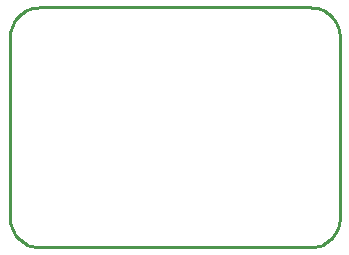
<source format=gbr>
G04 EAGLE Gerber RS-274X export*
G75*
%MOMM*%
%FSLAX34Y34*%
%LPD*%
%IN*%
%IPPOS*%
%AMOC8*
5,1,8,0,0,1.08239X$1,22.5*%
G01*
%ADD10C,0.254000*%


D10*
X0Y25400D02*
X97Y23186D01*
X386Y20989D01*
X865Y18826D01*
X1532Y16713D01*
X2380Y14666D01*
X3403Y12700D01*
X4594Y10831D01*
X5942Y9073D01*
X7440Y7440D01*
X9073Y5942D01*
X10831Y4594D01*
X12700Y3403D01*
X14666Y2380D01*
X16713Y1532D01*
X18826Y865D01*
X20989Y386D01*
X23186Y97D01*
X25400Y0D01*
X254000Y0D01*
X256214Y97D01*
X258411Y386D01*
X260574Y865D01*
X262687Y1532D01*
X264735Y2380D01*
X266700Y3403D01*
X268569Y4594D01*
X270327Y5942D01*
X271961Y7440D01*
X273458Y9073D01*
X274806Y10831D01*
X275997Y12700D01*
X277020Y14666D01*
X277868Y16713D01*
X278535Y18826D01*
X279014Y20989D01*
X279303Y23186D01*
X279400Y25400D01*
X279400Y177800D01*
X279303Y180014D01*
X279014Y182211D01*
X278535Y184374D01*
X277868Y186487D01*
X277020Y188535D01*
X275997Y190500D01*
X274806Y192369D01*
X273458Y194127D01*
X271961Y195761D01*
X270327Y197258D01*
X268569Y198606D01*
X266700Y199797D01*
X264735Y200820D01*
X262687Y201668D01*
X260574Y202335D01*
X258411Y202814D01*
X256214Y203103D01*
X254000Y203200D01*
X25400Y203200D01*
X23186Y203103D01*
X20989Y202814D01*
X18826Y202335D01*
X16713Y201668D01*
X14666Y200820D01*
X12700Y199797D01*
X10831Y198606D01*
X9073Y197258D01*
X7440Y195761D01*
X5942Y194127D01*
X4594Y192369D01*
X3403Y190500D01*
X2380Y188535D01*
X1532Y186487D01*
X865Y184374D01*
X386Y182211D01*
X97Y180014D01*
X0Y177800D01*
X0Y25400D01*
M02*

</source>
